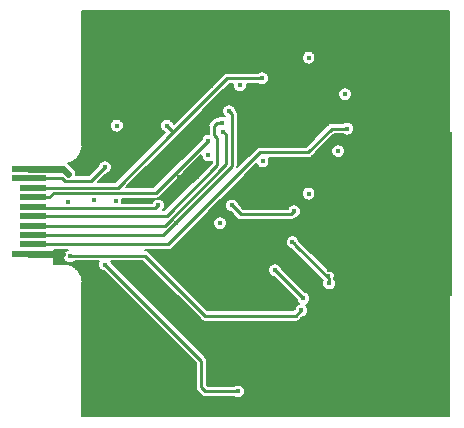
<source format=gbr>
%TF.GenerationSoftware,KiCad,Pcbnew,5.99.0-unknown-6252493~100~ubuntu19.10.1*%
%TF.CreationDate,2020-03-05T21:14:28+01:00*%
%TF.ProjectId,TDR_gen3_pod,5444525f-6765-46e3-935f-706f642e6b69,rev?*%
%TF.SameCoordinates,PX82bfae0PY6cf5110*%
%TF.FileFunction,Copper,L4,Bot*%
%TF.FilePolarity,Positive*%
%FSLAX46Y46*%
G04 Gerber Fmt 4.6, Leading zero omitted, Abs format (unit mm)*
G04 Created by KiCad (PCBNEW 5.99.0-unknown-6252493~100~ubuntu19.10.1) date 2020-03-05 21:14:28*
%MOMM*%
%LPD*%
G01*
G04 APERTURE LIST*
%TA.AperFunction,ComponentPad*%
%ADD10C,5.600000*%
%TD*%
%TA.AperFunction,SMDPad,CuDef*%
%ADD11R,5.000000X14.000000*%
%TD*%
%TA.AperFunction,ComponentPad*%
%ADD12C,0.500000*%
%TD*%
%TA.AperFunction,ComponentPad*%
%ADD13C,3.000000*%
%TD*%
%TA.AperFunction,ComponentPad*%
%ADD14C,0.310000*%
%TD*%
%TA.AperFunction,SMDPad,CuDef*%
%ADD15R,3.000000X0.600000*%
%TD*%
%TA.AperFunction,SMDPad,CuDef*%
%ADD16R,2.200000X0.600000*%
%TD*%
%TA.AperFunction,ViaPad*%
%ADD17C,0.450000*%
%TD*%
%TA.AperFunction,Conductor*%
%ADD18C,0.250000*%
%TD*%
%TA.AperFunction,Conductor*%
%ADD19C,0.600000*%
%TD*%
%TA.AperFunction,Conductor*%
%ADD20C,0.200000*%
%TD*%
G04 APERTURE END LIST*
D10*
%TO.P,H103,1*%
%TO.N,GND*%
X33400000Y30500000D03*
%TD*%
D11*
%TO.P,J101,2*%
%TO.N,GND*%
X35400000Y17500000D03*
D12*
X36900000Y23050000D03*
X36900000Y21850000D03*
X33900000Y23950000D03*
X33300000Y23650000D03*
X33300000Y23050000D03*
X33300000Y22450000D03*
X33300000Y21850000D03*
X33300000Y21250000D03*
X36900000Y23650000D03*
X37500000Y23650000D03*
X37500000Y23050000D03*
X37500000Y22450000D03*
X37500000Y21850000D03*
X36900000Y21250000D03*
X37500000Y21250000D03*
X36900000Y20650000D03*
X37500000Y20650000D03*
X36300000Y20650000D03*
X33300000Y20650000D03*
X33900000Y20650000D03*
X34500000Y20050000D03*
X35100000Y20050000D03*
X36900000Y20050000D03*
X37500000Y20050000D03*
X35700000Y20050000D03*
X36300000Y20050000D03*
X33300000Y20050000D03*
X33900000Y20050000D03*
X34500000Y19450000D03*
X35100000Y19450000D03*
X36900000Y19450000D03*
X37500000Y19450000D03*
X35700000Y19450000D03*
X36300000Y19450000D03*
X33300000Y19450000D03*
X33900000Y19450000D03*
X33900000Y11050000D03*
X33300000Y11350000D03*
X33300000Y11950000D03*
X33300000Y12550000D03*
X33300000Y13150000D03*
X33300000Y13750000D03*
X36900000Y11350000D03*
X37500000Y11350000D03*
X36900000Y11950000D03*
X37500000Y11950000D03*
X37500000Y12550000D03*
X37500000Y13150000D03*
X36900000Y13150000D03*
X36900000Y13750000D03*
X37500000Y13750000D03*
X33300000Y14350000D03*
X33900000Y14350000D03*
X36900000Y14350000D03*
X37500000Y14350000D03*
X36300000Y14350000D03*
X33300000Y14950000D03*
X33900000Y14950000D03*
X34500000Y14950000D03*
X35100000Y14950000D03*
X36900000Y14950000D03*
X37500000Y14950000D03*
X35700000Y14950000D03*
X36300000Y14950000D03*
X33300000Y15550000D03*
X33900000Y15550000D03*
X34500000Y15550000D03*
X35100000Y15550000D03*
X36900000Y15550000D03*
X37500000Y15550000D03*
X35700000Y15550000D03*
X36300000Y15550000D03*
X37500000Y18850000D03*
X36900000Y18850000D03*
X36300000Y18850000D03*
X35700000Y18850000D03*
X35100000Y18850000D03*
X34500000Y18850000D03*
X33900000Y18850000D03*
X33300000Y18850000D03*
X37500000Y16150000D03*
X36900000Y16150000D03*
X36300000Y16150000D03*
X35700000Y16150000D03*
X35100000Y16150000D03*
X34500000Y16150000D03*
X33900000Y16150000D03*
X33300000Y16150000D03*
D13*
X35100000Y22250000D03*
X35100000Y12750000D03*
D11*
X35400000Y17500000D03*
%TD*%
D14*
%TO.P,U102,33*%
%TO.N,GND*%
X23047918Y27116367D03*
X22609512Y26677961D03*
X22171106Y26239554D03*
X21732699Y25801148D03*
X21294293Y25362742D03*
X23486324Y26677961D03*
X23047918Y26239554D03*
X22609512Y25801148D03*
X22171106Y25362742D03*
X21732699Y24924336D03*
X23924730Y26239554D03*
X23486324Y25801148D03*
X23047918Y25362742D03*
X22609512Y24924336D03*
X22171106Y24485930D03*
X24363137Y25801148D03*
X23924730Y25362742D03*
X23486324Y24924336D03*
X23047918Y24485930D03*
X22609512Y24047523D03*
X24801543Y25362742D03*
X24363137Y24924336D03*
X23924730Y24485930D03*
X23486324Y24047523D03*
X23047918Y23609117D03*
%TD*%
D15*
%TO.P,J102,1*%
%TO.N,GND*%
X2000000Y14100000D03*
D16*
%TO.P,J102,8*%
%TO.N,/LOS*%
X2400000Y19700000D03*
D15*
%TO.P,J102,9*%
%TO.N,/COMP_OUT*%
X2000000Y20500000D03*
%TO.P,J102,10*%
%TO.N,/VEER*%
X2000000Y21300000D03*
D16*
%TO.P,J102,7*%
%TO.N,/CSEL*%
X2400000Y18900000D03*
%TO.P,J102,6*%
%TO.N,/COMP_VOLTAGE*%
X2400000Y18100000D03*
%TO.P,J102,5*%
%TO.N,/SCL*%
X2400000Y17300000D03*
%TO.P,J102,4*%
%TO.N,/SDA*%
X2400000Y16500000D03*
%TO.P,J102,3*%
%TO.N,/DISABLE*%
X2400000Y15700000D03*
%TO.P,J102,2*%
%TO.N,/FAULT*%
X2400000Y14900000D03*
%TD*%
D10*
%TO.P,H106,1*%
%TO.N,GND*%
X10700000Y4500000D03*
%TD*%
%TO.P,H105,1*%
%TO.N,GND*%
X10700000Y30500000D03*
%TD*%
%TO.P,H101,1*%
%TO.N,GND*%
X33400000Y4500000D03*
%TD*%
D17*
%TO.N,GND*%
X22250000Y15850000D03*
X16200000Y15800000D03*
X18100000Y17500000D03*
X14050000Y18800000D03*
X16250000Y20650000D03*
X14700000Y20650000D03*
%TO.N,+3V3*%
X22842068Y12725000D03*
X25250000Y10325000D03*
%TO.N,GND*%
X24475000Y12450000D03*
X25150000Y13125000D03*
X25825000Y12450000D03*
X25150000Y11775000D03*
X25150000Y12450000D03*
X25200000Y15200000D03*
X22450000Y18700000D03*
X29400000Y13075000D03*
X29400000Y11975000D03*
X28025000Y12325000D03*
X30025000Y10600000D03*
X30100000Y9275000D03*
X29425000Y8875000D03*
X29050000Y8225000D03*
X28350000Y7825000D03*
X28025000Y7175000D03*
X27325000Y6800000D03*
X26975000Y6150000D03*
X25700000Y6050000D03*
X26250000Y7875000D03*
X27300000Y8900000D03*
X28325000Y9950000D03*
X19275000Y11125000D03*
X18900000Y12800000D03*
X18550000Y11750000D03*
X19750000Y9400000D03*
X18950000Y10100000D03*
X19675000Y7000000D03*
X18625000Y5975000D03*
X20400000Y5350000D03*
X17950000Y7725000D03*
X19500000Y3525000D03*
X19525000Y4900000D03*
X21375000Y6125000D03*
%TO.N,/VCCR*%
X27425000Y11600000D03*
%TO.N,+3V3*%
X28200000Y22800000D03*
X21800000Y21950000D03*
X19875000Y28375000D03*
X28775000Y27625000D03*
X25700000Y30700000D03*
%TO.N,GND*%
X27775000Y28725000D03*
X26750000Y29700000D03*
X28875000Y29825000D03*
X29925000Y28850000D03*
X27900000Y30850000D03*
X26500000Y32500000D03*
X25150000Y32525000D03*
X24675000Y31725000D03*
X26750000Y21600000D03*
X27450000Y20900000D03*
X28975000Y21025000D03*
X26325000Y20075000D03*
X24700000Y18950000D03*
X26550000Y18775000D03*
X21200000Y19800000D03*
X20100000Y18700000D03*
X21850000Y18100000D03*
X19100000Y19375000D03*
X15700000Y21200000D03*
X16450000Y21950000D03*
X18625000Y29600000D03*
X19875000Y30850000D03*
X18575000Y30900000D03*
X17325000Y29650000D03*
X17400000Y28350000D03*
X26625000Y26975000D03*
X24875000Y21500000D03*
X25250000Y21150000D03*
X25625000Y20800000D03*
X25975000Y20425000D03*
X26675000Y19725000D03*
X26950000Y19175000D03*
X27325000Y18800000D03*
X27700000Y18400000D03*
X28100000Y18000000D03*
X28725000Y17650000D03*
X29350000Y17275000D03*
X26050000Y22275000D03*
X26400000Y21950000D03*
X27100000Y21250000D03*
X27800000Y20550000D03*
X28275000Y20325000D03*
X28625000Y19975000D03*
X29000000Y19625000D03*
X29350000Y19275000D03*
X29675000Y18875000D03*
X30100000Y18625000D03*
X30600000Y18625000D03*
X31100000Y18625000D03*
X31600000Y18625000D03*
X32100000Y18625000D03*
X32575000Y18600000D03*
X28975000Y16925000D03*
X28625000Y16575000D03*
X28250000Y16200000D03*
X27875000Y15850000D03*
X27525000Y15500000D03*
X27175000Y15150000D03*
X32600000Y16400000D03*
X32050000Y16300000D03*
X31525000Y16350000D03*
X31000000Y16350000D03*
X30500000Y16350000D03*
X30100000Y16025000D03*
X29725000Y15675000D03*
X29375000Y15300000D03*
X29000000Y14950000D03*
X28625000Y14575000D03*
X28250000Y14225000D03*
X27425000Y12750000D03*
%TO.N,/VCCR*%
X27325000Y12225000D03*
X24325000Y15100000D03*
%TO.N,/VEER*%
X5325000Y20900000D03*
X5325000Y18500000D03*
%TO.N,/LOS*%
X21750000Y28975000D03*
%TO.N,+3V3*%
X17200000Y22450000D03*
%TO.N,/SDA*%
X18450000Y24450000D03*
%TO.N,/CSEL*%
X17200000Y23700000D03*
%TO.N,/SCL*%
X18385998Y25200000D03*
%TO.N,GND*%
X25200000Y16700000D03*
X21950000Y16700000D03*
%TO.N,/COMP_VOLTAGE*%
X12950000Y18200000D03*
X19200000Y18200000D03*
X24450000Y17700000D03*
%TO.N,/DISABLE*%
X18950000Y26200000D03*
%TO.N,GND*%
X23700000Y19950000D03*
%TO.N,+3V3*%
X25700000Y19200000D03*
%TO.N,/FAULT*%
X28950000Y24700000D03*
%TO.N,/COMP_OUT*%
X19700000Y2450000D03*
X8450000Y13200000D03*
X8450000Y21450000D03*
%TO.N,/DISABLE*%
X14463909Y16686091D03*
%TO.N,+3V3*%
X18200000Y16700000D03*
%TO.N,/LOS*%
X13700000Y24950000D03*
%TO.N,+3V3*%
X9450000Y24950000D03*
X9350000Y18600000D03*
%TO.N,/VEER*%
X25075000Y9325000D03*
X5490872Y13880177D03*
%TO.N,/VCCR*%
X7525000Y18625000D03*
%TO.N,GND*%
X6050000Y21775000D03*
X6275000Y21200000D03*
X6825000Y20950000D03*
X10800000Y18600000D03*
X11900000Y18600000D03*
X5975000Y13150000D03*
X6825000Y13300000D03*
X7575000Y13250000D03*
X9400000Y13300000D03*
X11450000Y13300000D03*
X12900000Y9750000D03*
X12950000Y11825000D03*
X11350000Y11300000D03*
X15350000Y9400000D03*
X15575000Y7025000D03*
X11650000Y20800000D03*
X13100000Y20675000D03*
X13250000Y22425000D03*
X15200000Y22675000D03*
X15675000Y24825000D03*
X17625000Y25750000D03*
X18100000Y27225000D03*
X13450000Y13350000D03*
X14975000Y13950000D03*
X17500000Y13925000D03*
X19125000Y13900000D03*
X15100000Y11900000D03*
X16775000Y10125000D03*
X17350000Y3200000D03*
X18625000Y1450000D03*
X16500000Y1550000D03*
X15550000Y2775000D03*
X15100000Y4650000D03*
X13500000Y6575000D03*
X11850000Y8225000D03*
X10200000Y10025000D03*
X19275000Y15900000D03*
X24150000Y4050000D03*
X22625000Y2650000D03*
X21300000Y31325000D03*
X23275000Y32425000D03*
X15975000Y27375000D03*
X14650000Y26300000D03*
X12050000Y23550000D03*
X10525000Y21850000D03*
X9300000Y20775000D03*
%TD*%
D18*
%TO.N,+3V3*%
X22842068Y12725000D02*
X25242068Y10325000D01*
X25242068Y10325000D02*
X25250000Y10325000D01*
%TO.N,/VCCR*%
X27425000Y11600000D02*
X27400000Y11625000D01*
X27400000Y11625000D02*
X27400000Y11689002D01*
X27400000Y11689002D02*
X27400000Y12025000D01*
X27400000Y12025000D02*
X24650000Y14775000D01*
X24650000Y14775000D02*
X24425000Y15000000D01*
X24425000Y15000000D02*
X24325000Y15100000D01*
D19*
%TO.N,/VEER*%
X4925000Y21300000D02*
X2000000Y21300000D01*
X5325000Y20900000D02*
X4925000Y21300000D01*
D18*
%TO.N,/LOS*%
X2400000Y19700000D02*
X9539002Y19700000D01*
X18814002Y28975000D02*
X21750000Y28975000D01*
%TO.N,/SDA*%
X18674999Y24225001D02*
X18674999Y21674999D01*
X18450000Y24450000D02*
X18674999Y24225001D01*
X13500000Y16500000D02*
X2400000Y16500000D01*
X18674999Y21674999D02*
X13500000Y16500000D01*
%TO.N,/CSEL*%
X12749990Y19249990D02*
X4099990Y19249990D01*
X17200000Y23700000D02*
X12749990Y19249990D01*
X4099990Y19249990D02*
X3750000Y18900000D01*
X3750000Y18900000D02*
X2400000Y18900000D01*
%TO.N,/SCL*%
X17950000Y25200000D02*
X18385998Y25200000D01*
X17700000Y24950000D02*
X17950000Y25200000D01*
X2400000Y17300000D02*
X13663590Y17300000D01*
X17700000Y24200000D02*
X17700000Y24950000D01*
X17950000Y21586410D02*
X17950000Y23950000D01*
X13663590Y17300000D02*
X17950000Y21586410D01*
X17950000Y23950000D02*
X17700000Y24200000D01*
%TO.N,/COMP_VOLTAGE*%
X12699999Y17949999D02*
X12950000Y18200000D01*
X2400000Y18100000D02*
X2550001Y17949999D01*
X2550001Y17949999D02*
X12699999Y17949999D01*
X19200000Y18200000D02*
X19950000Y17450000D01*
X19950000Y17450000D02*
X24200000Y17450000D01*
X24200000Y17450000D02*
X24450000Y17700000D01*
%TO.N,/DISABLE*%
X13336410Y15700000D02*
X19200000Y21563590D01*
X19200000Y21563590D02*
X19200000Y25950000D01*
X19200000Y25950000D02*
X18950000Y26200000D01*
%TO.N,/FAULT*%
X13810998Y14900000D02*
X21610998Y22700000D01*
X2400000Y14900000D02*
X13810998Y14900000D01*
X25660998Y22700000D02*
X27660998Y24700000D01*
X21610998Y22700000D02*
X25660998Y22700000D01*
X27660998Y24700000D02*
X28950000Y24700000D01*
%TO.N,/COMP_OUT*%
X7274992Y20274992D02*
X8450000Y21450000D01*
X5066112Y20274992D02*
X7274992Y20274992D01*
X4841104Y20500000D02*
X5066112Y20274992D01*
X2000000Y20500000D02*
X4841104Y20500000D01*
D19*
%TO.N,GND*%
X2000000Y14100000D02*
X4800000Y14100000D01*
D18*
%TO.N,/DISABLE*%
X6950000Y15700000D02*
X13336410Y15700000D01*
X2400000Y15700000D02*
X6950000Y15700000D01*
%TO.N,/LOS*%
X13700000Y24950000D02*
X14244501Y24405499D01*
X9539002Y19700000D02*
X14244501Y24405499D01*
X14244501Y24405499D02*
X18814002Y28975000D01*
%TO.N,/VEER*%
X24599999Y8849999D02*
X16925001Y8849999D01*
X25075000Y9325000D02*
X24599999Y8849999D01*
X16925001Y8849999D02*
X11825000Y13950000D01*
X11825000Y13950000D02*
X5560695Y13950000D01*
X5560695Y13950000D02*
X5490872Y13880177D01*
%TO.N,/COMP_OUT*%
X16600000Y2800000D02*
X16600000Y5050000D01*
X16600000Y5050000D02*
X8450000Y13200000D01*
X19700000Y2450000D02*
X16950000Y2450000D01*
X16950000Y2450000D02*
X16600000Y2800000D01*
%TD*%
%TO.N,GND*%
G36*
X37551001Y349000D02*
G01*
X6549000Y349000D01*
X6549000Y11674830D01*
X6553222Y11703949D01*
X6553668Y11713666D01*
X6546585Y11848814D01*
X6545126Y11858431D01*
X6542426Y11869062D01*
X6542426Y11880024D01*
X6541473Y11889705D01*
X6496733Y12114630D01*
X6493909Y12123938D01*
X6487056Y12140484D01*
X6483792Y12158095D01*
X6481090Y12167440D01*
X6396110Y12380446D01*
X6391637Y12389084D01*
X6381880Y12404108D01*
X6375463Y12420825D01*
X6371104Y12429521D01*
X6248730Y12623472D01*
X6242758Y12631150D01*
X6230432Y12644139D01*
X6221073Y12659412D01*
X6215201Y12667169D01*
X6059530Y12835572D01*
X6052259Y12842033D01*
X6037769Y12852560D01*
X6025786Y12865870D01*
X6018599Y12872426D01*
X5834845Y13009641D01*
X5826518Y13014669D01*
X5810356Y13022377D01*
X5796149Y13033279D01*
X5787888Y13038417D01*
X5582206Y13139849D01*
X5573101Y13143276D01*
X5555801Y13147911D01*
X5539844Y13156042D01*
X5530785Y13159588D01*
X5310064Y13221837D01*
X5300488Y13223547D01*
X5282634Y13224953D01*
X5265459Y13230040D01*
X5255908Y13231875D01*
X5027538Y13252859D01*
X5017811Y13252795D01*
X4981702Y13249000D01*
X4149000Y13249000D01*
X4149000Y14424000D01*
X5280802Y14424000D01*
X5122532Y14332623D01*
X5109262Y14321488D01*
X4990000Y14179357D01*
X4981339Y14164355D01*
X4917880Y13990006D01*
X4914872Y13972946D01*
X4914872Y13787408D01*
X4917880Y13770348D01*
X4981339Y13595999D01*
X4990000Y13580997D01*
X5109262Y13438866D01*
X5122532Y13427731D01*
X5283213Y13334962D01*
X5299491Y13329037D01*
X5482211Y13296819D01*
X5499533Y13296819D01*
X5682253Y13329037D01*
X5698531Y13334962D01*
X5859212Y13427731D01*
X5872482Y13438866D01*
X5901963Y13474000D01*
X7936762Y13474000D01*
X7877008Y13309829D01*
X7874000Y13292769D01*
X7874000Y13107231D01*
X7877008Y13090171D01*
X7940467Y12915822D01*
X7949128Y12900820D01*
X8068390Y12758689D01*
X8081660Y12747554D01*
X8242341Y12654785D01*
X8258619Y12648860D01*
X8342821Y12634013D01*
X16124001Y4852833D01*
X16124000Y2846874D01*
X16116616Y2809750D01*
X16116616Y2790249D01*
X16124952Y2748339D01*
X16124953Y2748331D01*
X16149680Y2624026D01*
X16157142Y2606009D01*
X16251300Y2465091D01*
X16265089Y2451302D01*
X16296562Y2430271D01*
X16580274Y2146559D01*
X16601301Y2115090D01*
X16615090Y2101301D01*
X16650622Y2077559D01*
X16650627Y2077555D01*
X16756008Y2007142D01*
X16774025Y1999680D01*
X16898330Y1974953D01*
X16898340Y1974952D01*
X16940250Y1966616D01*
X16959751Y1966616D01*
X16996874Y1974000D01*
X19372458Y1974000D01*
X19492341Y1904785D01*
X19508619Y1898860D01*
X19691339Y1866642D01*
X19708661Y1866642D01*
X19891381Y1898860D01*
X19907659Y1904785D01*
X20068340Y1997554D01*
X20081610Y2008689D01*
X20200872Y2150820D01*
X20209533Y2165822D01*
X20272992Y2340171D01*
X20276000Y2357231D01*
X20276000Y2542769D01*
X20272992Y2559829D01*
X20209533Y2734178D01*
X20200872Y2749180D01*
X20081610Y2891311D01*
X20068340Y2902446D01*
X19907659Y2995215D01*
X19891381Y3001140D01*
X19708661Y3033358D01*
X19691339Y3033358D01*
X19508619Y3001140D01*
X19492341Y2995215D01*
X19372458Y2926000D01*
X17147166Y2926000D01*
X17076000Y2997165D01*
X17076000Y5003126D01*
X17083384Y5040249D01*
X17083384Y5059751D01*
X17075048Y5101660D01*
X17075047Y5101670D01*
X17050320Y5225975D01*
X17042858Y5243992D01*
X16948699Y5384910D01*
X16934910Y5398699D01*
X16903438Y5419728D01*
X9025059Y13298107D01*
X9022992Y13309829D01*
X8963238Y13474000D01*
X11627834Y13474000D01*
X16555273Y8546561D01*
X16576302Y8515089D01*
X16590091Y8501300D01*
X16731009Y8407141D01*
X16749026Y8399679D01*
X16873331Y8374952D01*
X16873341Y8374951D01*
X16915251Y8366615D01*
X16934752Y8366615D01*
X16971875Y8373999D01*
X24553125Y8373999D01*
X24590248Y8366615D01*
X24609750Y8366615D01*
X24651659Y8374951D01*
X24651669Y8374952D01*
X24775974Y8399679D01*
X24793991Y8407141D01*
X24934909Y8501300D01*
X24948698Y8515089D01*
X24969727Y8546561D01*
X25182179Y8759013D01*
X25266381Y8773860D01*
X25282659Y8779785D01*
X25443340Y8872554D01*
X25456610Y8883689D01*
X25575872Y9025820D01*
X25584533Y9040822D01*
X25647992Y9215171D01*
X25651000Y9232231D01*
X25651000Y9417769D01*
X25647992Y9434829D01*
X25584533Y9609178D01*
X25575872Y9624180D01*
X25456610Y9766311D01*
X25445728Y9775442D01*
X25457659Y9779785D01*
X25618340Y9872554D01*
X25631610Y9883689D01*
X25750872Y10025820D01*
X25759533Y10040822D01*
X25822992Y10215171D01*
X25826000Y10232231D01*
X25826000Y10417769D01*
X25822992Y10434829D01*
X25759533Y10609178D01*
X25750872Y10624180D01*
X25631610Y10766311D01*
X25618340Y10777446D01*
X25457659Y10870215D01*
X25441381Y10876140D01*
X25347549Y10892685D01*
X23417127Y12823107D01*
X23415060Y12834829D01*
X23351601Y13009178D01*
X23342940Y13024180D01*
X23223678Y13166311D01*
X23210408Y13177446D01*
X23049727Y13270215D01*
X23033449Y13276140D01*
X22850729Y13308358D01*
X22833407Y13308358D01*
X22650687Y13276140D01*
X22634409Y13270215D01*
X22473728Y13177446D01*
X22460458Y13166311D01*
X22341196Y13024180D01*
X22332535Y13009178D01*
X22269076Y12834829D01*
X22266068Y12817769D01*
X22266068Y12632231D01*
X22269076Y12615171D01*
X22332535Y12440822D01*
X22341196Y12425820D01*
X22460458Y12283689D01*
X22473728Y12272554D01*
X22634409Y12179785D01*
X22650687Y12173860D01*
X22734889Y12159013D01*
X24676639Y10217263D01*
X24677008Y10215171D01*
X24740467Y10040822D01*
X24749128Y10025820D01*
X24868390Y9883689D01*
X24879272Y9874558D01*
X24867341Y9870215D01*
X24706660Y9777446D01*
X24693390Y9766311D01*
X24574128Y9624180D01*
X24565467Y9609178D01*
X24502008Y9434829D01*
X24499941Y9423107D01*
X24402834Y9325999D01*
X17122167Y9325999D01*
X12194728Y14253438D01*
X12173699Y14284910D01*
X12159910Y14298699D01*
X12018992Y14392858D01*
X12000975Y14400320D01*
X11881933Y14424000D01*
X13764124Y14424000D01*
X13801247Y14416616D01*
X13820749Y14416616D01*
X13862658Y14424952D01*
X13862668Y14424953D01*
X13986973Y14449680D01*
X14004990Y14457142D01*
X14145908Y14551301D01*
X14159697Y14565090D01*
X14180726Y14596562D01*
X14776933Y15192769D01*
X23749000Y15192769D01*
X23749000Y15007231D01*
X23752008Y14990171D01*
X23815467Y14815822D01*
X23824128Y14800820D01*
X23943390Y14658689D01*
X23956660Y14647554D01*
X24117341Y14554785D01*
X24133619Y14548860D01*
X24217821Y14534013D01*
X24287165Y14464669D01*
X26821553Y11930280D01*
X26824128Y11925820D01*
X26898405Y11837301D01*
X26852008Y11709829D01*
X26849000Y11692769D01*
X26849000Y11507231D01*
X26852008Y11490171D01*
X26915467Y11315822D01*
X26924128Y11300820D01*
X27043390Y11158689D01*
X27056660Y11147554D01*
X27217341Y11054785D01*
X27233619Y11048860D01*
X27416339Y11016642D01*
X27433661Y11016642D01*
X27616381Y11048860D01*
X27632659Y11054785D01*
X27793340Y11147554D01*
X27806610Y11158689D01*
X27925872Y11300820D01*
X27934533Y11315822D01*
X27997992Y11490171D01*
X28001000Y11507231D01*
X28001000Y11692769D01*
X27997992Y11709829D01*
X27934533Y11884178D01*
X27925872Y11899180D01*
X27876000Y11958615D01*
X27876000Y11978127D01*
X27883384Y12015251D01*
X27883384Y12034752D01*
X27878203Y12060802D01*
X27897992Y12115170D01*
X27901000Y12132230D01*
X27901000Y12317769D01*
X27897992Y12334829D01*
X27834533Y12509178D01*
X27825872Y12524180D01*
X27706610Y12666311D01*
X27693340Y12677446D01*
X27532659Y12770215D01*
X27516381Y12776140D01*
X27333661Y12808358D01*
X27316339Y12808358D01*
X27293786Y12804381D01*
X24960331Y15137835D01*
X24900059Y15198107D01*
X24897992Y15209829D01*
X24834533Y15384178D01*
X24825872Y15399180D01*
X24706610Y15541311D01*
X24693340Y15552446D01*
X24532659Y15645215D01*
X24516381Y15651140D01*
X24333661Y15683358D01*
X24316339Y15683358D01*
X24133619Y15651140D01*
X24117341Y15645215D01*
X23956660Y15552446D01*
X23943390Y15541311D01*
X23824128Y15399180D01*
X23815467Y15384178D01*
X23752008Y15209829D01*
X23749000Y15192769D01*
X14776933Y15192769D01*
X16376933Y16792769D01*
X17624000Y16792769D01*
X17624000Y16607231D01*
X17627008Y16590171D01*
X17690467Y16415822D01*
X17699128Y16400820D01*
X17818390Y16258689D01*
X17831660Y16247554D01*
X17992341Y16154785D01*
X18008619Y16148860D01*
X18191339Y16116642D01*
X18208661Y16116642D01*
X18391381Y16148860D01*
X18407659Y16154785D01*
X18568340Y16247554D01*
X18581610Y16258689D01*
X18700872Y16400820D01*
X18709533Y16415822D01*
X18772992Y16590171D01*
X18776000Y16607231D01*
X18776000Y16792769D01*
X18772992Y16809829D01*
X18709533Y16984178D01*
X18700872Y16999180D01*
X18581610Y17141311D01*
X18568340Y17152446D01*
X18407659Y17245215D01*
X18391381Y17251140D01*
X18208661Y17283358D01*
X18191339Y17283358D01*
X18008619Y17251140D01*
X17992341Y17245215D01*
X17831660Y17152446D01*
X17818390Y17141311D01*
X17699128Y16999180D01*
X17690467Y16984178D01*
X17627008Y16809829D01*
X17624000Y16792769D01*
X16376933Y16792769D01*
X17876933Y18292769D01*
X18624000Y18292769D01*
X18624000Y18107231D01*
X18627008Y18090171D01*
X18690467Y17915822D01*
X18699128Y17900820D01*
X18818390Y17758689D01*
X18831660Y17747554D01*
X18992341Y17654785D01*
X19008619Y17648860D01*
X19092821Y17634013D01*
X19580274Y17146559D01*
X19601301Y17115090D01*
X19615090Y17101301D01*
X19650622Y17077559D01*
X19650627Y17077555D01*
X19678512Y17058923D01*
X19756008Y17007142D01*
X19774025Y16999680D01*
X19898330Y16974953D01*
X19898338Y16974952D01*
X19940248Y16966616D01*
X19959749Y16966616D01*
X19996873Y16974000D01*
X24153126Y16974000D01*
X24190249Y16966616D01*
X24209751Y16966616D01*
X24251660Y16974952D01*
X24251670Y16974953D01*
X24375975Y16999680D01*
X24393992Y17007142D01*
X24534910Y17101300D01*
X24548699Y17115089D01*
X24561900Y17134846D01*
X24641381Y17148860D01*
X24657659Y17154785D01*
X24818340Y17247554D01*
X24831610Y17258689D01*
X24950872Y17400820D01*
X24959533Y17415822D01*
X25022992Y17590171D01*
X25026000Y17607231D01*
X25026000Y17792769D01*
X25022992Y17809829D01*
X24959533Y17984178D01*
X24950872Y17999180D01*
X24831610Y18141311D01*
X24818340Y18152446D01*
X24657659Y18245215D01*
X24641381Y18251140D01*
X24458661Y18283358D01*
X24441339Y18283358D01*
X24258619Y18251140D01*
X24242341Y18245215D01*
X24081660Y18152446D01*
X24068390Y18141311D01*
X23949128Y17999180D01*
X23940467Y17984178D01*
X23919292Y17926000D01*
X20147166Y17926000D01*
X19775059Y18298106D01*
X19772992Y18309829D01*
X19709533Y18484178D01*
X19700872Y18499180D01*
X19581610Y18641311D01*
X19568340Y18652446D01*
X19407659Y18745215D01*
X19391381Y18751140D01*
X19208661Y18783358D01*
X19191339Y18783358D01*
X19008619Y18751140D01*
X18992341Y18745215D01*
X18831660Y18652446D01*
X18818390Y18641311D01*
X18699128Y18499180D01*
X18690467Y18484178D01*
X18627008Y18309829D01*
X18624000Y18292769D01*
X17876933Y18292769D01*
X18876933Y19292769D01*
X25124000Y19292769D01*
X25124000Y19107231D01*
X25127008Y19090171D01*
X25190467Y18915822D01*
X25199128Y18900820D01*
X25318390Y18758689D01*
X25331660Y18747554D01*
X25492341Y18654785D01*
X25508619Y18648860D01*
X25691339Y18616642D01*
X25708661Y18616642D01*
X25891381Y18648860D01*
X25907659Y18654785D01*
X26068340Y18747554D01*
X26081610Y18758689D01*
X26200872Y18900820D01*
X26209533Y18915822D01*
X26272992Y19090171D01*
X26276000Y19107231D01*
X26276000Y19292769D01*
X26272992Y19309829D01*
X26209533Y19484178D01*
X26200872Y19499180D01*
X26081610Y19641311D01*
X26068340Y19652446D01*
X25907659Y19745215D01*
X25891381Y19751140D01*
X25708661Y19783358D01*
X25691339Y19783358D01*
X25508619Y19751140D01*
X25492341Y19745215D01*
X25331660Y19652446D01*
X25318390Y19641311D01*
X25199128Y19499180D01*
X25190467Y19484178D01*
X25127008Y19309829D01*
X25124000Y19292769D01*
X18876933Y19292769D01*
X21279665Y21695500D01*
X21290467Y21665822D01*
X21299128Y21650820D01*
X21418390Y21508689D01*
X21431660Y21497554D01*
X21592341Y21404785D01*
X21608619Y21398860D01*
X21791339Y21366642D01*
X21808661Y21366642D01*
X21991381Y21398860D01*
X22007659Y21404785D01*
X22168340Y21497554D01*
X22181610Y21508689D01*
X22300872Y21650820D01*
X22309533Y21665822D01*
X22372992Y21840171D01*
X22376000Y21857231D01*
X22376000Y22042769D01*
X22372992Y22059829D01*
X22313238Y22224000D01*
X25614124Y22224000D01*
X25651247Y22216616D01*
X25670749Y22216616D01*
X25712658Y22224952D01*
X25712668Y22224953D01*
X25836973Y22249680D01*
X25854990Y22257142D01*
X25995908Y22351301D01*
X26009697Y22365090D01*
X26030726Y22396562D01*
X26526933Y22892769D01*
X27624000Y22892769D01*
X27624000Y22707231D01*
X27627008Y22690171D01*
X27690467Y22515822D01*
X27699128Y22500820D01*
X27818390Y22358689D01*
X27831660Y22347554D01*
X27992341Y22254785D01*
X28008619Y22248860D01*
X28191339Y22216642D01*
X28208661Y22216642D01*
X28391381Y22248860D01*
X28407659Y22254785D01*
X28568340Y22347554D01*
X28581610Y22358689D01*
X28700872Y22500820D01*
X28709533Y22515822D01*
X28772992Y22690171D01*
X28776000Y22707231D01*
X28776000Y22892769D01*
X28772992Y22909829D01*
X28709533Y23084178D01*
X28700872Y23099180D01*
X28581610Y23241311D01*
X28568340Y23252446D01*
X28407659Y23345215D01*
X28391381Y23351140D01*
X28208661Y23383358D01*
X28191339Y23383358D01*
X28008619Y23351140D01*
X27992341Y23345215D01*
X27831660Y23252446D01*
X27818390Y23241311D01*
X27699128Y23099180D01*
X27690467Y23084178D01*
X27627008Y22909829D01*
X27624000Y22892769D01*
X26526933Y22892769D01*
X27858165Y24224000D01*
X28622458Y24224000D01*
X28742341Y24154785D01*
X28758619Y24148860D01*
X28941339Y24116642D01*
X28958661Y24116642D01*
X29141381Y24148860D01*
X29157659Y24154785D01*
X29318340Y24247554D01*
X29331610Y24258689D01*
X29450872Y24400820D01*
X29459533Y24415822D01*
X29522992Y24590171D01*
X29526000Y24607231D01*
X29526000Y24792769D01*
X29522992Y24809829D01*
X29459533Y24984178D01*
X29450872Y24999180D01*
X29331610Y25141311D01*
X29318340Y25152446D01*
X29157659Y25245215D01*
X29141381Y25251140D01*
X28958661Y25283358D01*
X28941339Y25283358D01*
X28758619Y25251140D01*
X28742341Y25245215D01*
X28622458Y25176000D01*
X27707871Y25176000D01*
X27670747Y25183384D01*
X27651246Y25183384D01*
X27609336Y25175048D01*
X27609328Y25175047D01*
X27485023Y25150320D01*
X27467006Y25142858D01*
X27361625Y25072445D01*
X27361620Y25072441D01*
X27326088Y25048699D01*
X27312299Y25034910D01*
X27291272Y25003441D01*
X25463832Y23176000D01*
X21657872Y23176000D01*
X21620749Y23183384D01*
X21601248Y23183384D01*
X21559338Y23175048D01*
X21559328Y23175047D01*
X21435023Y23150320D01*
X21417006Y23142858D01*
X21311625Y23072445D01*
X21311620Y23072441D01*
X21276088Y23048699D01*
X21262299Y23034910D01*
X21241272Y23003441D01*
X19656497Y21418665D01*
X19674098Y21507150D01*
X19683385Y21553839D01*
X19683385Y21573341D01*
X19676000Y21610468D01*
X19676000Y25903127D01*
X19683384Y25940251D01*
X19683384Y25959752D01*
X19675048Y26001662D01*
X19675047Y26001670D01*
X19650320Y26125975D01*
X19642858Y26143992D01*
X19548699Y26284910D01*
X19534910Y26298699D01*
X19523625Y26306240D01*
X19522992Y26309829D01*
X19459533Y26484178D01*
X19450872Y26499180D01*
X19331610Y26641311D01*
X19318340Y26652446D01*
X19157659Y26745215D01*
X19141381Y26751140D01*
X18958661Y26783358D01*
X18941339Y26783358D01*
X18758619Y26751140D01*
X18742341Y26745215D01*
X18581660Y26652446D01*
X18568390Y26641311D01*
X18449128Y26499180D01*
X18440467Y26484178D01*
X18377008Y26309829D01*
X18374000Y26292769D01*
X18374000Y26107231D01*
X18377008Y26090171D01*
X18440467Y25915822D01*
X18449128Y25900820D01*
X18568390Y25758689D01*
X18577392Y25751135D01*
X18577379Y25751140D01*
X18394659Y25783358D01*
X18377337Y25783358D01*
X18194617Y25751140D01*
X18178339Y25745215D01*
X18058456Y25676000D01*
X17996873Y25676000D01*
X17959749Y25683384D01*
X17940248Y25683384D01*
X17898338Y25675048D01*
X17898330Y25675047D01*
X17774025Y25650320D01*
X17756008Y25642858D01*
X17650627Y25572445D01*
X17650622Y25572441D01*
X17615090Y25548699D01*
X17601301Y25534910D01*
X17580272Y25503438D01*
X17396563Y25319728D01*
X17365092Y25298700D01*
X17351302Y25284910D01*
X17327561Y25249379D01*
X17327555Y25249372D01*
X17257142Y25143991D01*
X17249679Y25125974D01*
X17216616Y24959750D01*
X17216616Y24940249D01*
X17224001Y24903121D01*
X17224000Y24280653D01*
X17208661Y24283358D01*
X17191339Y24283358D01*
X17008619Y24251140D01*
X16992341Y24245215D01*
X16831660Y24152446D01*
X16818390Y24141311D01*
X16699128Y23999180D01*
X16690467Y23984178D01*
X16627008Y23809829D01*
X16624941Y23798107D01*
X12552824Y19725990D01*
X10238158Y19725990D01*
X14547938Y24035770D01*
X14579411Y24056799D01*
X14593201Y24070589D01*
X14614230Y24102062D01*
X18229937Y27717769D01*
X28199000Y27717769D01*
X28199000Y27532231D01*
X28202008Y27515171D01*
X28265467Y27340822D01*
X28274128Y27325820D01*
X28393390Y27183689D01*
X28406660Y27172554D01*
X28567341Y27079785D01*
X28583619Y27073860D01*
X28766339Y27041642D01*
X28783661Y27041642D01*
X28966381Y27073860D01*
X28982659Y27079785D01*
X29143340Y27172554D01*
X29156610Y27183689D01*
X29275872Y27325820D01*
X29284533Y27340822D01*
X29347992Y27515171D01*
X29351000Y27532231D01*
X29351000Y27717769D01*
X29347992Y27734829D01*
X29284533Y27909178D01*
X29275872Y27924180D01*
X29156610Y28066311D01*
X29143340Y28077446D01*
X28982659Y28170215D01*
X28966381Y28176140D01*
X28783661Y28208358D01*
X28766339Y28208358D01*
X28583619Y28176140D01*
X28567341Y28170215D01*
X28406660Y28077446D01*
X28393390Y28066311D01*
X28274128Y27924180D01*
X28265467Y27909178D01*
X28202008Y27734829D01*
X28199000Y27717769D01*
X18229937Y27717769D01*
X19011169Y28499000D01*
X19307166Y28499000D01*
X19302008Y28484829D01*
X19299000Y28467769D01*
X19299000Y28282231D01*
X19302008Y28265171D01*
X19365467Y28090822D01*
X19374128Y28075820D01*
X19493390Y27933689D01*
X19506660Y27922554D01*
X19667341Y27829785D01*
X19683619Y27823860D01*
X19866339Y27791642D01*
X19883661Y27791642D01*
X20066381Y27823860D01*
X20082659Y27829785D01*
X20243340Y27922554D01*
X20256610Y27933689D01*
X20375872Y28075820D01*
X20384533Y28090822D01*
X20447992Y28265171D01*
X20451000Y28282231D01*
X20451000Y28467769D01*
X20447992Y28484829D01*
X20442834Y28499000D01*
X21422458Y28499000D01*
X21542341Y28429785D01*
X21558619Y28423860D01*
X21741339Y28391642D01*
X21758661Y28391642D01*
X21941381Y28423860D01*
X21957659Y28429785D01*
X22118340Y28522554D01*
X22131610Y28533689D01*
X22250872Y28675820D01*
X22259533Y28690822D01*
X22322992Y28865171D01*
X22326000Y28882231D01*
X22326000Y29067769D01*
X22322992Y29084829D01*
X22259533Y29259178D01*
X22250872Y29274180D01*
X22131610Y29416311D01*
X22118340Y29427446D01*
X21957659Y29520215D01*
X21941381Y29526140D01*
X21758661Y29558358D01*
X21741339Y29558358D01*
X21558619Y29526140D01*
X21542341Y29520215D01*
X21422458Y29451000D01*
X18860875Y29451000D01*
X18823751Y29458384D01*
X18804250Y29458384D01*
X18762340Y29450048D01*
X18762332Y29450047D01*
X18638027Y29425320D01*
X18620010Y29417858D01*
X18514629Y29347445D01*
X18514624Y29347441D01*
X18479092Y29323699D01*
X18465303Y29309910D01*
X18444276Y29278441D01*
X14260363Y25094527D01*
X14209533Y25234178D01*
X14200872Y25249180D01*
X14081610Y25391311D01*
X14068340Y25402446D01*
X13907659Y25495215D01*
X13891381Y25501140D01*
X13708661Y25533358D01*
X13691339Y25533358D01*
X13508619Y25501140D01*
X13492341Y25495215D01*
X13331660Y25402446D01*
X13318390Y25391311D01*
X13199128Y25249180D01*
X13190467Y25234178D01*
X13127008Y25059829D01*
X13124000Y25042769D01*
X13124000Y24857231D01*
X13127008Y24840171D01*
X13190467Y24665822D01*
X13199128Y24650820D01*
X13318390Y24508689D01*
X13331660Y24497554D01*
X13492341Y24404785D01*
X13508619Y24398860D01*
X13556290Y24390454D01*
X9341836Y20176000D01*
X7849166Y20176000D01*
X8557180Y20884013D01*
X8641381Y20898860D01*
X8657659Y20904785D01*
X8818340Y20997554D01*
X8831610Y21008689D01*
X8950872Y21150820D01*
X8959533Y21165822D01*
X9022992Y21340171D01*
X9026000Y21357231D01*
X9026000Y21542769D01*
X9022992Y21559829D01*
X8959533Y21734178D01*
X8950872Y21749180D01*
X8831610Y21891311D01*
X8818340Y21902446D01*
X8657659Y21995215D01*
X8641381Y22001140D01*
X8458661Y22033358D01*
X8441339Y22033358D01*
X8258619Y22001140D01*
X8242341Y21995215D01*
X8081660Y21902446D01*
X8068390Y21891311D01*
X7949128Y21749180D01*
X7940467Y21734178D01*
X7877008Y21559829D01*
X7874941Y21548108D01*
X7077826Y20750992D01*
X5961084Y20750992D01*
X5973560Y20789390D01*
X5975998Y20804782D01*
X5975998Y20995221D01*
X5973560Y21010612D01*
X5914711Y21191730D01*
X5907636Y21205614D01*
X5823843Y21320946D01*
X5818791Y21326861D01*
X5354371Y21791281D01*
X5414630Y21803267D01*
X5423938Y21806091D01*
X5440484Y21812944D01*
X5458095Y21816208D01*
X5467440Y21818910D01*
X5680446Y21903890D01*
X5689084Y21908363D01*
X5704108Y21918120D01*
X5720825Y21924537D01*
X5729521Y21928896D01*
X5923473Y22051270D01*
X5931152Y22057242D01*
X5944146Y22069573D01*
X5959413Y22078929D01*
X5967169Y22084800D01*
X6135572Y22240470D01*
X6142033Y22247741D01*
X6152560Y22262231D01*
X6165870Y22274214D01*
X6172426Y22281401D01*
X6309640Y22465154D01*
X6314668Y22473481D01*
X6322377Y22489644D01*
X6333281Y22503853D01*
X6338418Y22512114D01*
X6439850Y22717794D01*
X6443276Y22726899D01*
X6447911Y22744199D01*
X6456042Y22760156D01*
X6459588Y22769215D01*
X6521837Y22989936D01*
X6523547Y22999512D01*
X6524953Y23017366D01*
X6530040Y23034541D01*
X6531875Y23044092D01*
X6552859Y23272460D01*
X6552795Y23282187D01*
X6549000Y23318298D01*
X6549000Y25042769D01*
X8874000Y25042769D01*
X8874000Y24857231D01*
X8877008Y24840171D01*
X8940467Y24665822D01*
X8949128Y24650820D01*
X9068390Y24508689D01*
X9081660Y24497554D01*
X9242341Y24404785D01*
X9258619Y24398860D01*
X9441339Y24366642D01*
X9458661Y24366642D01*
X9641381Y24398860D01*
X9657659Y24404785D01*
X9818340Y24497554D01*
X9831610Y24508689D01*
X9950872Y24650820D01*
X9959533Y24665822D01*
X10022992Y24840171D01*
X10026000Y24857231D01*
X10026000Y25042769D01*
X10022992Y25059829D01*
X9959533Y25234178D01*
X9950872Y25249180D01*
X9831610Y25391311D01*
X9818340Y25402446D01*
X9657659Y25495215D01*
X9641381Y25501140D01*
X9458661Y25533358D01*
X9441339Y25533358D01*
X9258619Y25501140D01*
X9242341Y25495215D01*
X9081660Y25402446D01*
X9068390Y25391311D01*
X8949128Y25249180D01*
X8940467Y25234178D01*
X8877008Y25059829D01*
X8874000Y25042769D01*
X6549000Y25042769D01*
X6549000Y30792769D01*
X25124000Y30792769D01*
X25124000Y30607231D01*
X25127008Y30590171D01*
X25190467Y30415822D01*
X25199128Y30400820D01*
X25318390Y30258689D01*
X25331660Y30247554D01*
X25492341Y30154785D01*
X25508619Y30148860D01*
X25691339Y30116642D01*
X25708661Y30116642D01*
X25891381Y30148860D01*
X25907659Y30154785D01*
X26068340Y30247554D01*
X26081610Y30258689D01*
X26200872Y30400820D01*
X26209533Y30415822D01*
X26272992Y30590171D01*
X26276000Y30607231D01*
X26276000Y30792769D01*
X26272992Y30809829D01*
X26209533Y30984178D01*
X26200872Y30999180D01*
X26081610Y31141311D01*
X26068340Y31152446D01*
X25907659Y31245215D01*
X25891381Y31251140D01*
X25708661Y31283358D01*
X25691339Y31283358D01*
X25508619Y31251140D01*
X25492341Y31245215D01*
X25331660Y31152446D01*
X25318390Y31141311D01*
X25199128Y30999180D01*
X25190467Y30984178D01*
X25127008Y30809829D01*
X25124000Y30792769D01*
X6549000Y30792769D01*
X6549000Y34651000D01*
X37551000Y34651000D01*
X37551001Y349000D01*
G37*
D20*
X37551001Y349000D02*
X6549000Y349000D01*
X6549000Y11674830D01*
X6553222Y11703949D01*
X6553668Y11713666D01*
X6546585Y11848814D01*
X6545126Y11858431D01*
X6542426Y11869062D01*
X6542426Y11880024D01*
X6541473Y11889705D01*
X6496733Y12114630D01*
X6493909Y12123938D01*
X6487056Y12140484D01*
X6483792Y12158095D01*
X6481090Y12167440D01*
X6396110Y12380446D01*
X6391637Y12389084D01*
X6381880Y12404108D01*
X6375463Y12420825D01*
X6371104Y12429521D01*
X6248730Y12623472D01*
X6242758Y12631150D01*
X6230432Y12644139D01*
X6221073Y12659412D01*
X6215201Y12667169D01*
X6059530Y12835572D01*
X6052259Y12842033D01*
X6037769Y12852560D01*
X6025786Y12865870D01*
X6018599Y12872426D01*
X5834845Y13009641D01*
X5826518Y13014669D01*
X5810356Y13022377D01*
X5796149Y13033279D01*
X5787888Y13038417D01*
X5582206Y13139849D01*
X5573101Y13143276D01*
X5555801Y13147911D01*
X5539844Y13156042D01*
X5530785Y13159588D01*
X5310064Y13221837D01*
X5300488Y13223547D01*
X5282634Y13224953D01*
X5265459Y13230040D01*
X5255908Y13231875D01*
X5027538Y13252859D01*
X5017811Y13252795D01*
X4981702Y13249000D01*
X4149000Y13249000D01*
X4149000Y14424000D01*
X5280802Y14424000D01*
X5122532Y14332623D01*
X5109262Y14321488D01*
X4990000Y14179357D01*
X4981339Y14164355D01*
X4917880Y13990006D01*
X4914872Y13972946D01*
X4914872Y13787408D01*
X4917880Y13770348D01*
X4981339Y13595999D01*
X4990000Y13580997D01*
X5109262Y13438866D01*
X5122532Y13427731D01*
X5283213Y13334962D01*
X5299491Y13329037D01*
X5482211Y13296819D01*
X5499533Y13296819D01*
X5682253Y13329037D01*
X5698531Y13334962D01*
X5859212Y13427731D01*
X5872482Y13438866D01*
X5901963Y13474000D01*
X7936762Y13474000D01*
X7877008Y13309829D01*
X7874000Y13292769D01*
X7874000Y13107231D01*
X7877008Y13090171D01*
X7940467Y12915822D01*
X7949128Y12900820D01*
X8068390Y12758689D01*
X8081660Y12747554D01*
X8242341Y12654785D01*
X8258619Y12648860D01*
X8342821Y12634013D01*
X16124001Y4852833D01*
X16124000Y2846874D01*
X16116616Y2809750D01*
X16116616Y2790249D01*
X16124952Y2748339D01*
X16124953Y2748331D01*
X16149680Y2624026D01*
X16157142Y2606009D01*
X16251300Y2465091D01*
X16265089Y2451302D01*
X16296562Y2430271D01*
X16580274Y2146559D01*
X16601301Y2115090D01*
X16615090Y2101301D01*
X16650622Y2077559D01*
X16650627Y2077555D01*
X16756008Y2007142D01*
X16774025Y1999680D01*
X16898330Y1974953D01*
X16898340Y1974952D01*
X16940250Y1966616D01*
X16959751Y1966616D01*
X16996874Y1974000D01*
X19372458Y1974000D01*
X19492341Y1904785D01*
X19508619Y1898860D01*
X19691339Y1866642D01*
X19708661Y1866642D01*
X19891381Y1898860D01*
X19907659Y1904785D01*
X20068340Y1997554D01*
X20081610Y2008689D01*
X20200872Y2150820D01*
X20209533Y2165822D01*
X20272992Y2340171D01*
X20276000Y2357231D01*
X20276000Y2542769D01*
X20272992Y2559829D01*
X20209533Y2734178D01*
X20200872Y2749180D01*
X20081610Y2891311D01*
X20068340Y2902446D01*
X19907659Y2995215D01*
X19891381Y3001140D01*
X19708661Y3033358D01*
X19691339Y3033358D01*
X19508619Y3001140D01*
X19492341Y2995215D01*
X19372458Y2926000D01*
X17147166Y2926000D01*
X17076000Y2997165D01*
X17076000Y5003126D01*
X17083384Y5040249D01*
X17083384Y5059751D01*
X17075048Y5101660D01*
X17075047Y5101670D01*
X17050320Y5225975D01*
X17042858Y5243992D01*
X16948699Y5384910D01*
X16934910Y5398699D01*
X16903438Y5419728D01*
X9025059Y13298107D01*
X9022992Y13309829D01*
X8963238Y13474000D01*
X11627834Y13474000D01*
X16555273Y8546561D01*
X16576302Y8515089D01*
X16590091Y8501300D01*
X16731009Y8407141D01*
X16749026Y8399679D01*
X16873331Y8374952D01*
X16873341Y8374951D01*
X16915251Y8366615D01*
X16934752Y8366615D01*
X16971875Y8373999D01*
X24553125Y8373999D01*
X24590248Y8366615D01*
X24609750Y8366615D01*
X24651659Y8374951D01*
X24651669Y8374952D01*
X24775974Y8399679D01*
X24793991Y8407141D01*
X24934909Y8501300D01*
X24948698Y8515089D01*
X24969727Y8546561D01*
X25182179Y8759013D01*
X25266381Y8773860D01*
X25282659Y8779785D01*
X25443340Y8872554D01*
X25456610Y8883689D01*
X25575872Y9025820D01*
X25584533Y9040822D01*
X25647992Y9215171D01*
X25651000Y9232231D01*
X25651000Y9417769D01*
X25647992Y9434829D01*
X25584533Y9609178D01*
X25575872Y9624180D01*
X25456610Y9766311D01*
X25445728Y9775442D01*
X25457659Y9779785D01*
X25618340Y9872554D01*
X25631610Y9883689D01*
X25750872Y10025820D01*
X25759533Y10040822D01*
X25822992Y10215171D01*
X25826000Y10232231D01*
X25826000Y10417769D01*
X25822992Y10434829D01*
X25759533Y10609178D01*
X25750872Y10624180D01*
X25631610Y10766311D01*
X25618340Y10777446D01*
X25457659Y10870215D01*
X25441381Y10876140D01*
X25347549Y10892685D01*
X23417127Y12823107D01*
X23415060Y12834829D01*
X23351601Y13009178D01*
X23342940Y13024180D01*
X23223678Y13166311D01*
X23210408Y13177446D01*
X23049727Y13270215D01*
X23033449Y13276140D01*
X22850729Y13308358D01*
X22833407Y13308358D01*
X22650687Y13276140D01*
X22634409Y13270215D01*
X22473728Y13177446D01*
X22460458Y13166311D01*
X22341196Y13024180D01*
X22332535Y13009178D01*
X22269076Y12834829D01*
X22266068Y12817769D01*
X22266068Y12632231D01*
X22269076Y12615171D01*
X22332535Y12440822D01*
X22341196Y12425820D01*
X22460458Y12283689D01*
X22473728Y12272554D01*
X22634409Y12179785D01*
X22650687Y12173860D01*
X22734889Y12159013D01*
X24676639Y10217263D01*
X24677008Y10215171D01*
X24740467Y10040822D01*
X24749128Y10025820D01*
X24868390Y9883689D01*
X24879272Y9874558D01*
X24867341Y9870215D01*
X24706660Y9777446D01*
X24693390Y9766311D01*
X24574128Y9624180D01*
X24565467Y9609178D01*
X24502008Y9434829D01*
X24499941Y9423107D01*
X24402834Y9325999D01*
X17122167Y9325999D01*
X12194728Y14253438D01*
X12173699Y14284910D01*
X12159910Y14298699D01*
X12018992Y14392858D01*
X12000975Y14400320D01*
X11881933Y14424000D01*
X13764124Y14424000D01*
X13801247Y14416616D01*
X13820749Y14416616D01*
X13862658Y14424952D01*
X13862668Y14424953D01*
X13986973Y14449680D01*
X14004990Y14457142D01*
X14145908Y14551301D01*
X14159697Y14565090D01*
X14180726Y14596562D01*
X14776933Y15192769D01*
X23749000Y15192769D01*
X23749000Y15007231D01*
X23752008Y14990171D01*
X23815467Y14815822D01*
X23824128Y14800820D01*
X23943390Y14658689D01*
X23956660Y14647554D01*
X24117341Y14554785D01*
X24133619Y14548860D01*
X24217821Y14534013D01*
X24287165Y14464669D01*
X26821553Y11930280D01*
X26824128Y11925820D01*
X26898405Y11837301D01*
X26852008Y11709829D01*
X26849000Y11692769D01*
X26849000Y11507231D01*
X26852008Y11490171D01*
X26915467Y11315822D01*
X26924128Y11300820D01*
X27043390Y11158689D01*
X27056660Y11147554D01*
X27217341Y11054785D01*
X27233619Y11048860D01*
X27416339Y11016642D01*
X27433661Y11016642D01*
X27616381Y11048860D01*
X27632659Y11054785D01*
X27793340Y11147554D01*
X27806610Y11158689D01*
X27925872Y11300820D01*
X27934533Y11315822D01*
X27997992Y11490171D01*
X28001000Y11507231D01*
X28001000Y11692769D01*
X27997992Y11709829D01*
X27934533Y11884178D01*
X27925872Y11899180D01*
X27876000Y11958615D01*
X27876000Y11978127D01*
X27883384Y12015251D01*
X27883384Y12034752D01*
X27878203Y12060802D01*
X27897992Y12115170D01*
X27901000Y12132230D01*
X27901000Y12317769D01*
X27897992Y12334829D01*
X27834533Y12509178D01*
X27825872Y12524180D01*
X27706610Y12666311D01*
X27693340Y12677446D01*
X27532659Y12770215D01*
X27516381Y12776140D01*
X27333661Y12808358D01*
X27316339Y12808358D01*
X27293786Y12804381D01*
X24960331Y15137835D01*
X24900059Y15198107D01*
X24897992Y15209829D01*
X24834533Y15384178D01*
X24825872Y15399180D01*
X24706610Y15541311D01*
X24693340Y15552446D01*
X24532659Y15645215D01*
X24516381Y15651140D01*
X24333661Y15683358D01*
X24316339Y15683358D01*
X24133619Y15651140D01*
X24117341Y15645215D01*
X23956660Y15552446D01*
X23943390Y15541311D01*
X23824128Y15399180D01*
X23815467Y15384178D01*
X23752008Y15209829D01*
X23749000Y15192769D01*
X14776933Y15192769D01*
X16376933Y16792769D01*
X17624000Y16792769D01*
X17624000Y16607231D01*
X17627008Y16590171D01*
X17690467Y16415822D01*
X17699128Y16400820D01*
X17818390Y16258689D01*
X17831660Y16247554D01*
X17992341Y16154785D01*
X18008619Y16148860D01*
X18191339Y16116642D01*
X18208661Y16116642D01*
X18391381Y16148860D01*
X18407659Y16154785D01*
X18568340Y16247554D01*
X18581610Y16258689D01*
X18700872Y16400820D01*
X18709533Y16415822D01*
X18772992Y16590171D01*
X18776000Y16607231D01*
X18776000Y16792769D01*
X18772992Y16809829D01*
X18709533Y16984178D01*
X18700872Y16999180D01*
X18581610Y17141311D01*
X18568340Y17152446D01*
X18407659Y17245215D01*
X18391381Y17251140D01*
X18208661Y17283358D01*
X18191339Y17283358D01*
X18008619Y17251140D01*
X17992341Y17245215D01*
X17831660Y17152446D01*
X17818390Y17141311D01*
X17699128Y16999180D01*
X17690467Y16984178D01*
X17627008Y16809829D01*
X17624000Y16792769D01*
X16376933Y16792769D01*
X17876933Y18292769D01*
X18624000Y18292769D01*
X18624000Y18107231D01*
X18627008Y18090171D01*
X18690467Y17915822D01*
X18699128Y17900820D01*
X18818390Y17758689D01*
X18831660Y17747554D01*
X18992341Y17654785D01*
X19008619Y17648860D01*
X19092821Y17634013D01*
X19580274Y17146559D01*
X19601301Y17115090D01*
X19615090Y17101301D01*
X19650622Y17077559D01*
X19650627Y17077555D01*
X19678512Y17058923D01*
X19756008Y17007142D01*
X19774025Y16999680D01*
X19898330Y16974953D01*
X19898338Y16974952D01*
X19940248Y16966616D01*
X19959749Y16966616D01*
X19996873Y16974000D01*
X24153126Y16974000D01*
X24190249Y16966616D01*
X24209751Y16966616D01*
X24251660Y16974952D01*
X24251670Y16974953D01*
X24375975Y16999680D01*
X24393992Y17007142D01*
X24534910Y17101300D01*
X24548699Y17115089D01*
X24561900Y17134846D01*
X24641381Y17148860D01*
X24657659Y17154785D01*
X24818340Y17247554D01*
X24831610Y17258689D01*
X24950872Y17400820D01*
X24959533Y17415822D01*
X25022992Y17590171D01*
X25026000Y17607231D01*
X25026000Y17792769D01*
X25022992Y17809829D01*
X24959533Y17984178D01*
X24950872Y17999180D01*
X24831610Y18141311D01*
X24818340Y18152446D01*
X24657659Y18245215D01*
X24641381Y18251140D01*
X24458661Y18283358D01*
X24441339Y18283358D01*
X24258619Y18251140D01*
X24242341Y18245215D01*
X24081660Y18152446D01*
X24068390Y18141311D01*
X23949128Y17999180D01*
X23940467Y17984178D01*
X23919292Y17926000D01*
X20147166Y17926000D01*
X19775059Y18298106D01*
X19772992Y18309829D01*
X19709533Y18484178D01*
X19700872Y18499180D01*
X19581610Y18641311D01*
X19568340Y18652446D01*
X19407659Y18745215D01*
X19391381Y18751140D01*
X19208661Y18783358D01*
X19191339Y18783358D01*
X19008619Y18751140D01*
X18992341Y18745215D01*
X18831660Y18652446D01*
X18818390Y18641311D01*
X18699128Y18499180D01*
X18690467Y18484178D01*
X18627008Y18309829D01*
X18624000Y18292769D01*
X17876933Y18292769D01*
X18876933Y19292769D01*
X25124000Y19292769D01*
X25124000Y19107231D01*
X25127008Y19090171D01*
X25190467Y18915822D01*
X25199128Y18900820D01*
X25318390Y18758689D01*
X25331660Y18747554D01*
X25492341Y18654785D01*
X25508619Y18648860D01*
X25691339Y18616642D01*
X25708661Y18616642D01*
X25891381Y18648860D01*
X25907659Y18654785D01*
X26068340Y18747554D01*
X26081610Y18758689D01*
X26200872Y18900820D01*
X26209533Y18915822D01*
X26272992Y19090171D01*
X26276000Y19107231D01*
X26276000Y19292769D01*
X26272992Y19309829D01*
X26209533Y19484178D01*
X26200872Y19499180D01*
X26081610Y19641311D01*
X26068340Y19652446D01*
X25907659Y19745215D01*
X25891381Y19751140D01*
X25708661Y19783358D01*
X25691339Y19783358D01*
X25508619Y19751140D01*
X25492341Y19745215D01*
X25331660Y19652446D01*
X25318390Y19641311D01*
X25199128Y19499180D01*
X25190467Y19484178D01*
X25127008Y19309829D01*
X25124000Y19292769D01*
X18876933Y19292769D01*
X21279665Y21695500D01*
X21290467Y21665822D01*
X21299128Y21650820D01*
X21418390Y21508689D01*
X21431660Y21497554D01*
X21592341Y21404785D01*
X21608619Y21398860D01*
X21791339Y21366642D01*
X21808661Y21366642D01*
X21991381Y21398860D01*
X22007659Y21404785D01*
X22168340Y21497554D01*
X22181610Y21508689D01*
X22300872Y21650820D01*
X22309533Y21665822D01*
X22372992Y21840171D01*
X22376000Y21857231D01*
X22376000Y22042769D01*
X22372992Y22059829D01*
X22313238Y22224000D01*
X25614124Y22224000D01*
X25651247Y22216616D01*
X25670749Y22216616D01*
X25712658Y22224952D01*
X25712668Y22224953D01*
X25836973Y22249680D01*
X25854990Y22257142D01*
X25995908Y22351301D01*
X26009697Y22365090D01*
X26030726Y22396562D01*
X26526933Y22892769D01*
X27624000Y22892769D01*
X27624000Y22707231D01*
X27627008Y22690171D01*
X27690467Y22515822D01*
X27699128Y22500820D01*
X27818390Y22358689D01*
X27831660Y22347554D01*
X27992341Y22254785D01*
X28008619Y22248860D01*
X28191339Y22216642D01*
X28208661Y22216642D01*
X28391381Y22248860D01*
X28407659Y22254785D01*
X28568340Y22347554D01*
X28581610Y22358689D01*
X28700872Y22500820D01*
X28709533Y22515822D01*
X28772992Y22690171D01*
X28776000Y22707231D01*
X28776000Y22892769D01*
X28772992Y22909829D01*
X28709533Y23084178D01*
X28700872Y23099180D01*
X28581610Y23241311D01*
X28568340Y23252446D01*
X28407659Y23345215D01*
X28391381Y23351140D01*
X28208661Y23383358D01*
X28191339Y23383358D01*
X28008619Y23351140D01*
X27992341Y23345215D01*
X27831660Y23252446D01*
X27818390Y23241311D01*
X27699128Y23099180D01*
X27690467Y23084178D01*
X27627008Y22909829D01*
X27624000Y22892769D01*
X26526933Y22892769D01*
X27858165Y24224000D01*
X28622458Y24224000D01*
X28742341Y24154785D01*
X28758619Y24148860D01*
X28941339Y24116642D01*
X28958661Y24116642D01*
X29141381Y24148860D01*
X29157659Y24154785D01*
X29318340Y24247554D01*
X29331610Y24258689D01*
X29450872Y24400820D01*
X29459533Y24415822D01*
X29522992Y24590171D01*
X29526000Y24607231D01*
X29526000Y24792769D01*
X29522992Y24809829D01*
X29459533Y24984178D01*
X29450872Y24999180D01*
X29331610Y25141311D01*
X29318340Y25152446D01*
X29157659Y25245215D01*
X29141381Y25251140D01*
X28958661Y25283358D01*
X28941339Y25283358D01*
X28758619Y25251140D01*
X28742341Y25245215D01*
X28622458Y25176000D01*
X27707871Y25176000D01*
X27670747Y25183384D01*
X27651246Y25183384D01*
X27609336Y25175048D01*
X27609328Y25175047D01*
X27485023Y25150320D01*
X27467006Y25142858D01*
X27361625Y25072445D01*
X27361620Y25072441D01*
X27326088Y25048699D01*
X27312299Y25034910D01*
X27291272Y25003441D01*
X25463832Y23176000D01*
X21657872Y23176000D01*
X21620749Y23183384D01*
X21601248Y23183384D01*
X21559338Y23175048D01*
X21559328Y23175047D01*
X21435023Y23150320D01*
X21417006Y23142858D01*
X21311625Y23072445D01*
X21311620Y23072441D01*
X21276088Y23048699D01*
X21262299Y23034910D01*
X21241272Y23003441D01*
X19656497Y21418665D01*
X19674098Y21507150D01*
X19683385Y21553839D01*
X19683385Y21573341D01*
X19676000Y21610468D01*
X19676000Y25903127D01*
X19683384Y25940251D01*
X19683384Y25959752D01*
X19675048Y26001662D01*
X19675047Y26001670D01*
X19650320Y26125975D01*
X19642858Y26143992D01*
X19548699Y26284910D01*
X19534910Y26298699D01*
X19523625Y26306240D01*
X19522992Y26309829D01*
X19459533Y26484178D01*
X19450872Y26499180D01*
X19331610Y26641311D01*
X19318340Y26652446D01*
X19157659Y26745215D01*
X19141381Y26751140D01*
X18958661Y26783358D01*
X18941339Y26783358D01*
X18758619Y26751140D01*
X18742341Y26745215D01*
X18581660Y26652446D01*
X18568390Y26641311D01*
X18449128Y26499180D01*
X18440467Y26484178D01*
X18377008Y26309829D01*
X18374000Y26292769D01*
X18374000Y26107231D01*
X18377008Y26090171D01*
X18440467Y25915822D01*
X18449128Y25900820D01*
X18568390Y25758689D01*
X18577392Y25751135D01*
X18577379Y25751140D01*
X18394659Y25783358D01*
X18377337Y25783358D01*
X18194617Y25751140D01*
X18178339Y25745215D01*
X18058456Y25676000D01*
X17996873Y25676000D01*
X17959749Y25683384D01*
X17940248Y25683384D01*
X17898338Y25675048D01*
X17898330Y25675047D01*
X17774025Y25650320D01*
X17756008Y25642858D01*
X17650627Y25572445D01*
X17650622Y25572441D01*
X17615090Y25548699D01*
X17601301Y25534910D01*
X17580272Y25503438D01*
X17396563Y25319728D01*
X17365092Y25298700D01*
X17351302Y25284910D01*
X17327561Y25249379D01*
X17327555Y25249372D01*
X17257142Y25143991D01*
X17249679Y25125974D01*
X17216616Y24959750D01*
X17216616Y24940249D01*
X17224001Y24903121D01*
X17224000Y24280653D01*
X17208661Y24283358D01*
X17191339Y24283358D01*
X17008619Y24251140D01*
X16992341Y24245215D01*
X16831660Y24152446D01*
X16818390Y24141311D01*
X16699128Y23999180D01*
X16690467Y23984178D01*
X16627008Y23809829D01*
X16624941Y23798107D01*
X12552824Y19725990D01*
X10238158Y19725990D01*
X14547938Y24035770D01*
X14579411Y24056799D01*
X14593201Y24070589D01*
X14614230Y24102062D01*
X18229937Y27717769D01*
X28199000Y27717769D01*
X28199000Y27532231D01*
X28202008Y27515171D01*
X28265467Y27340822D01*
X28274128Y27325820D01*
X28393390Y27183689D01*
X28406660Y27172554D01*
X28567341Y27079785D01*
X28583619Y27073860D01*
X28766339Y27041642D01*
X28783661Y27041642D01*
X28966381Y27073860D01*
X28982659Y27079785D01*
X29143340Y27172554D01*
X29156610Y27183689D01*
X29275872Y27325820D01*
X29284533Y27340822D01*
X29347992Y27515171D01*
X29351000Y27532231D01*
X29351000Y27717769D01*
X29347992Y27734829D01*
X29284533Y27909178D01*
X29275872Y27924180D01*
X29156610Y28066311D01*
X29143340Y28077446D01*
X28982659Y28170215D01*
X28966381Y28176140D01*
X28783661Y28208358D01*
X28766339Y28208358D01*
X28583619Y28176140D01*
X28567341Y28170215D01*
X28406660Y28077446D01*
X28393390Y28066311D01*
X28274128Y27924180D01*
X28265467Y27909178D01*
X28202008Y27734829D01*
X28199000Y27717769D01*
X18229937Y27717769D01*
X19011169Y28499000D01*
X19307166Y28499000D01*
X19302008Y28484829D01*
X19299000Y28467769D01*
X19299000Y28282231D01*
X19302008Y28265171D01*
X19365467Y28090822D01*
X19374128Y28075820D01*
X19493390Y27933689D01*
X19506660Y27922554D01*
X19667341Y27829785D01*
X19683619Y27823860D01*
X19866339Y27791642D01*
X19883661Y27791642D01*
X20066381Y27823860D01*
X20082659Y27829785D01*
X20243340Y27922554D01*
X20256610Y27933689D01*
X20375872Y28075820D01*
X20384533Y28090822D01*
X20447992Y28265171D01*
X20451000Y28282231D01*
X20451000Y28467769D01*
X20447992Y28484829D01*
X20442834Y28499000D01*
X21422458Y28499000D01*
X21542341Y28429785D01*
X21558619Y28423860D01*
X21741339Y28391642D01*
X21758661Y28391642D01*
X21941381Y28423860D01*
X21957659Y28429785D01*
X22118340Y28522554D01*
X22131610Y28533689D01*
X22250872Y28675820D01*
X22259533Y28690822D01*
X22322992Y28865171D01*
X22326000Y28882231D01*
X22326000Y29067769D01*
X22322992Y29084829D01*
X22259533Y29259178D01*
X22250872Y29274180D01*
X22131610Y29416311D01*
X22118340Y29427446D01*
X21957659Y29520215D01*
X21941381Y29526140D01*
X21758661Y29558358D01*
X21741339Y29558358D01*
X21558619Y29526140D01*
X21542341Y29520215D01*
X21422458Y29451000D01*
X18860875Y29451000D01*
X18823751Y29458384D01*
X18804250Y29458384D01*
X18762340Y29450048D01*
X18762332Y29450047D01*
X18638027Y29425320D01*
X18620010Y29417858D01*
X18514629Y29347445D01*
X18514624Y29347441D01*
X18479092Y29323699D01*
X18465303Y29309910D01*
X18444276Y29278441D01*
X14260363Y25094527D01*
X14209533Y25234178D01*
X14200872Y25249180D01*
X14081610Y25391311D01*
X14068340Y25402446D01*
X13907659Y25495215D01*
X13891381Y25501140D01*
X13708661Y25533358D01*
X13691339Y25533358D01*
X13508619Y25501140D01*
X13492341Y25495215D01*
X13331660Y25402446D01*
X13318390Y25391311D01*
X13199128Y25249180D01*
X13190467Y25234178D01*
X13127008Y25059829D01*
X13124000Y25042769D01*
X13124000Y24857231D01*
X13127008Y24840171D01*
X13190467Y24665822D01*
X13199128Y24650820D01*
X13318390Y24508689D01*
X13331660Y24497554D01*
X13492341Y24404785D01*
X13508619Y24398860D01*
X13556290Y24390454D01*
X9341836Y20176000D01*
X7849166Y20176000D01*
X8557180Y20884013D01*
X8641381Y20898860D01*
X8657659Y20904785D01*
X8818340Y20997554D01*
X8831610Y21008689D01*
X8950872Y21150820D01*
X8959533Y21165822D01*
X9022992Y21340171D01*
X9026000Y21357231D01*
X9026000Y21542769D01*
X9022992Y21559829D01*
X8959533Y21734178D01*
X8950872Y21749180D01*
X8831610Y21891311D01*
X8818340Y21902446D01*
X8657659Y21995215D01*
X8641381Y22001140D01*
X8458661Y22033358D01*
X8441339Y22033358D01*
X8258619Y22001140D01*
X8242341Y21995215D01*
X8081660Y21902446D01*
X8068390Y21891311D01*
X7949128Y21749180D01*
X7940467Y21734178D01*
X7877008Y21559829D01*
X7874941Y21548108D01*
X7077826Y20750992D01*
X5961084Y20750992D01*
X5973560Y20789390D01*
X5975998Y20804782D01*
X5975998Y20995221D01*
X5973560Y21010612D01*
X5914711Y21191730D01*
X5907636Y21205614D01*
X5823843Y21320946D01*
X5818791Y21326861D01*
X5354371Y21791281D01*
X5414630Y21803267D01*
X5423938Y21806091D01*
X5440484Y21812944D01*
X5458095Y21816208D01*
X5467440Y21818910D01*
X5680446Y21903890D01*
X5689084Y21908363D01*
X5704108Y21918120D01*
X5720825Y21924537D01*
X5729521Y21928896D01*
X5923473Y22051270D01*
X5931152Y22057242D01*
X5944146Y22069573D01*
X5959413Y22078929D01*
X5967169Y22084800D01*
X6135572Y22240470D01*
X6142033Y22247741D01*
X6152560Y22262231D01*
X6165870Y22274214D01*
X6172426Y22281401D01*
X6309640Y22465154D01*
X6314668Y22473481D01*
X6322377Y22489644D01*
X6333281Y22503853D01*
X6338418Y22512114D01*
X6439850Y22717794D01*
X6443276Y22726899D01*
X6447911Y22744199D01*
X6456042Y22760156D01*
X6459588Y22769215D01*
X6521837Y22989936D01*
X6523547Y22999512D01*
X6524953Y23017366D01*
X6530040Y23034541D01*
X6531875Y23044092D01*
X6552859Y23272460D01*
X6552795Y23282187D01*
X6549000Y23318298D01*
X6549000Y25042769D01*
X8874000Y25042769D01*
X8874000Y24857231D01*
X8877008Y24840171D01*
X8940467Y24665822D01*
X8949128Y24650820D01*
X9068390Y24508689D01*
X9081660Y24497554D01*
X9242341Y24404785D01*
X9258619Y24398860D01*
X9441339Y24366642D01*
X9458661Y24366642D01*
X9641381Y24398860D01*
X9657659Y24404785D01*
X9818340Y24497554D01*
X9831610Y24508689D01*
X9950872Y24650820D01*
X9959533Y24665822D01*
X10022992Y24840171D01*
X10026000Y24857231D01*
X10026000Y25042769D01*
X10022992Y25059829D01*
X9959533Y25234178D01*
X9950872Y25249180D01*
X9831610Y25391311D01*
X9818340Y25402446D01*
X9657659Y25495215D01*
X9641381Y25501140D01*
X9458661Y25533358D01*
X9441339Y25533358D01*
X9258619Y25501140D01*
X9242341Y25495215D01*
X9081660Y25402446D01*
X9068390Y25391311D01*
X8949128Y25249180D01*
X8940467Y25234178D01*
X8877008Y25059829D01*
X8874000Y25042769D01*
X6549000Y25042769D01*
X6549000Y30792769D01*
X25124000Y30792769D01*
X25124000Y30607231D01*
X25127008Y30590171D01*
X25190467Y30415822D01*
X25199128Y30400820D01*
X25318390Y30258689D01*
X25331660Y30247554D01*
X25492341Y30154785D01*
X25508619Y30148860D01*
X25691339Y30116642D01*
X25708661Y30116642D01*
X25891381Y30148860D01*
X25907659Y30154785D01*
X26068340Y30247554D01*
X26081610Y30258689D01*
X26200872Y30400820D01*
X26209533Y30415822D01*
X26272992Y30590171D01*
X26276000Y30607231D01*
X26276000Y30792769D01*
X26272992Y30809829D01*
X26209533Y30984178D01*
X26200872Y30999180D01*
X26081610Y31141311D01*
X26068340Y31152446D01*
X25907659Y31245215D01*
X25891381Y31251140D01*
X25708661Y31283358D01*
X25691339Y31283358D01*
X25508619Y31251140D01*
X25492341Y31245215D01*
X25331660Y31152446D01*
X25318390Y31141311D01*
X25199128Y30999180D01*
X25190467Y30984178D01*
X25127008Y30809829D01*
X25124000Y30792769D01*
X6549000Y30792769D01*
X6549000Y34651000D01*
X37551000Y34651000D01*
X37551001Y349000D01*
G36*
X16624000Y22357231D02*
G01*
X16627008Y22340171D01*
X16690467Y22165822D01*
X16699128Y22150820D01*
X16818390Y22008689D01*
X16831660Y21997554D01*
X16992341Y21904785D01*
X17008619Y21898860D01*
X17191339Y21866642D01*
X17208661Y21866642D01*
X17391381Y21898860D01*
X17407659Y21904785D01*
X17474000Y21943087D01*
X17474000Y21783577D01*
X13466424Y17776000D01*
X13346136Y17776000D01*
X13450872Y17900820D01*
X13459533Y17915822D01*
X13522992Y18090171D01*
X13526000Y18107231D01*
X13526000Y18292769D01*
X13522992Y18309829D01*
X13459533Y18484178D01*
X13450872Y18499180D01*
X13331610Y18641311D01*
X13318340Y18652446D01*
X13157659Y18745215D01*
X13141381Y18751140D01*
X12958661Y18783358D01*
X12941339Y18783358D01*
X12758619Y18751140D01*
X12742341Y18745215D01*
X12581660Y18652446D01*
X12568390Y18641311D01*
X12449128Y18499180D01*
X12440467Y18484178D01*
X12419291Y18425999D01*
X9899635Y18425999D01*
X9922992Y18490171D01*
X9926000Y18507231D01*
X9926000Y18692769D01*
X9922992Y18709829D01*
X9899639Y18773990D01*
X12703116Y18773990D01*
X12740239Y18766606D01*
X12759741Y18766606D01*
X12801650Y18774942D01*
X12801660Y18774943D01*
X12925965Y18799670D01*
X12943982Y18807132D01*
X13084900Y18901291D01*
X13098689Y18915080D01*
X13119718Y18946552D01*
X16624000Y22450834D01*
X16624000Y22357231D01*
G37*
X16624000Y22357231D02*
X16627008Y22340171D01*
X16690467Y22165822D01*
X16699128Y22150820D01*
X16818390Y22008689D01*
X16831660Y21997554D01*
X16992341Y21904785D01*
X17008619Y21898860D01*
X17191339Y21866642D01*
X17208661Y21866642D01*
X17391381Y21898860D01*
X17407659Y21904785D01*
X17474000Y21943087D01*
X17474000Y21783577D01*
X13466424Y17776000D01*
X13346136Y17776000D01*
X13450872Y17900820D01*
X13459533Y17915822D01*
X13522992Y18090171D01*
X13526000Y18107231D01*
X13526000Y18292769D01*
X13522992Y18309829D01*
X13459533Y18484178D01*
X13450872Y18499180D01*
X13331610Y18641311D01*
X13318340Y18652446D01*
X13157659Y18745215D01*
X13141381Y18751140D01*
X12958661Y18783358D01*
X12941339Y18783358D01*
X12758619Y18751140D01*
X12742341Y18745215D01*
X12581660Y18652446D01*
X12568390Y18641311D01*
X12449128Y18499180D01*
X12440467Y18484178D01*
X12419291Y18425999D01*
X9899635Y18425999D01*
X9922992Y18490171D01*
X9926000Y18507231D01*
X9926000Y18692769D01*
X9922992Y18709829D01*
X9899639Y18773990D01*
X12703116Y18773990D01*
X12740239Y18766606D01*
X12759741Y18766606D01*
X12801650Y18774942D01*
X12801660Y18774943D01*
X12925965Y18799670D01*
X12943982Y18807132D01*
X13084900Y18901291D01*
X13098689Y18915080D01*
X13119718Y18946552D01*
X16624000Y22450834D01*
X16624000Y22357231D01*
%TD*%
M02*

</source>
